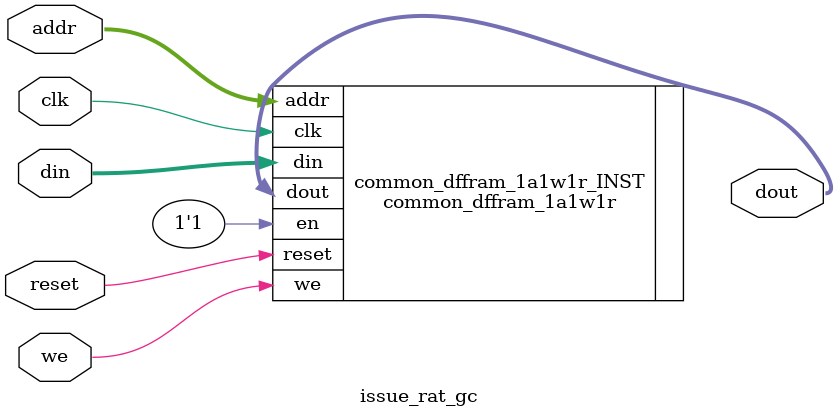
<source format=v>

module issue_rat_gc #(
    parameter           GC_WIDTH        = 64,
    parameter           GC_COUNT_LOG2   = 3
) (
    input   wire                        clk,
    input   wire                        reset,

    //
    input   wire [GC_COUNT_LOG2 - 1:0]  addr,
    input   wire                        we,

    output  wire [GC_WIDTH - 1:0]       dout,
    input   wire [GC_WIDTH - 1:0]       din
);

    common_dffram_1a1w1r #(
        .RAM_DATA_WIDTH (GC_WIDTH),
        .RAM_ADDR_WIDTH (GC_COUNT_LOG2)
    ) common_dffram_1a1w1r_INST (
        .clk    (clk),
        .reset  (reset),

        .addr   (addr),
        .en     (1'b1),
        .we     (we),
        
        .dout   (dout),
        .din    (din)
    );

endmodule

</source>
